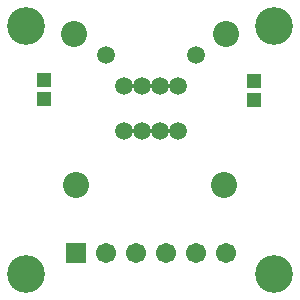
<source format=gts>
G04*
G04 #@! TF.GenerationSoftware,Altium Limited,Altium Designer,19.1.3 (30)*
G04*
G04 Layer_Color=8388736*
%FSLAX25Y25*%
%MOIN*%
G70*
G01*
G75*
%ADD16R,0.04540X0.04737*%
%ADD17R,0.04737X0.04737*%
%ADD18C,0.06706*%
%ADD19R,0.06706X0.06706*%
%ADD20C,0.12611*%
%ADD21C,0.05918*%
%ADD22C,0.08674*%
D16*
X14000Y72650D02*
D03*
Y66350D02*
D03*
D17*
X84000Y72150D02*
D03*
Y65850D02*
D03*
D18*
X74500Y15000D02*
D03*
X64500D02*
D03*
X54500D02*
D03*
X44500D02*
D03*
X34500D02*
D03*
D19*
X24500D02*
D03*
D20*
X7874Y90551D02*
D03*
X90551D02*
D03*
Y7874D02*
D03*
X7874D02*
D03*
D21*
X46500Y55500D02*
D03*
X40500D02*
D03*
Y70500D02*
D03*
X46500D02*
D03*
X58500D02*
D03*
X52500D02*
D03*
X58500Y55500D02*
D03*
X52500D02*
D03*
X64500Y80717D02*
D03*
X34500D02*
D03*
D22*
X74000Y37500D02*
D03*
X24500D02*
D03*
X74500Y88000D02*
D03*
X24000D02*
D03*
M02*

</source>
